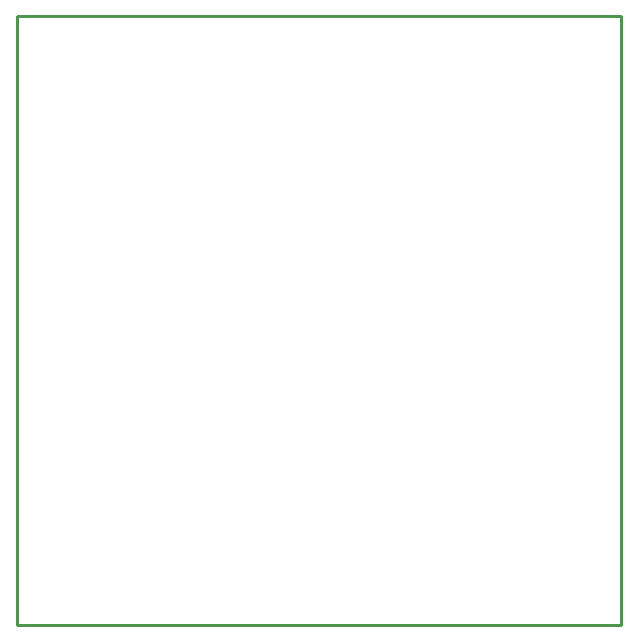
<source format=gko>
%FSDAX23Y23*%
%MOIN*%
%SFA1B1*%

%IPPOS*%
%ADD24C,0.010000*%
%LNcrip2-1*%
%LPD*%
G54D24*
X00000Y02027D02*
X02015D01*
Y-00003D02*
Y02027D01*
X00000Y-00003D02*
X02015D01*
X00000D02*
Y02027D01*
M02*
</source>
